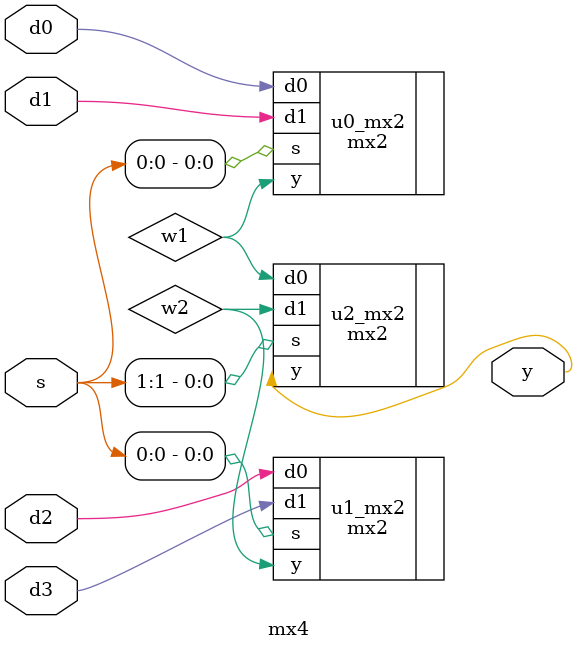
<source format=v>
module mx4(d0, d1, d2, d3, s, y);
	input d0, d1, d2, d3;
	input[1:0] s;
	output y;
	
	wire w1, w2;
	
	mx2 u0_mx2(.d0(d0), .d1(d1), .s(s[0]), .y(w1));
	mx2 u1_mx2(.d0(d2), .d1(d3), .s(s[0]), .y(w2));
	mx2 u2_mx2(.d0(w1), .d1(w2), .s(s[1]), .y(y));
endmodule
	
</source>
